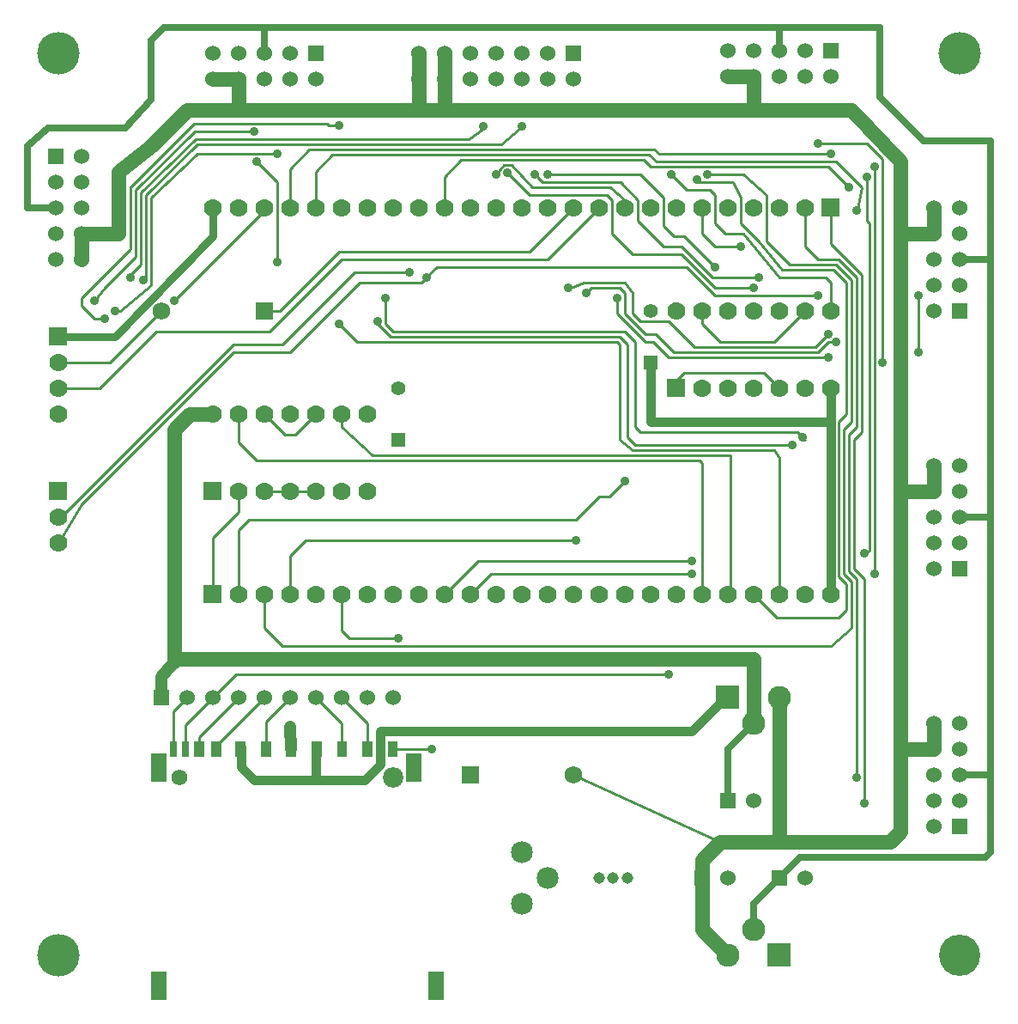
<source format=gbr>
G04 start of page 2 for group 0 idx 0 *
G04 Title: (unknown), top *
G04 Creator: pcb 20110918 *
G04 CreationDate: Wed 26 Feb 2014 00:51:11 GMT UTC *
G04 For: ksarkies *
G04 Format: Gerber/RS-274X *
G04 PCB-Dimensions: 390000 390000 *
G04 PCB-Coordinate-Origin: lower left *
%MOIN*%
%FSLAX25Y25*%
%LNTOP*%
%ADD38C,0.0453*%
%ADD37C,0.0630*%
%ADD36C,0.0290*%
%ADD35C,0.0280*%
%ADD34C,0.0380*%
%ADD33C,0.1140*%
%ADD32C,0.0200*%
%ADD31C,0.0360*%
%ADD30R,0.0590X0.0590*%
%ADD29R,0.0276X0.0276*%
%ADD28R,0.0394X0.0394*%
%ADD27C,0.0615*%
%ADD26C,0.0850*%
%ADD25C,0.0795*%
%ADD24C,0.0680*%
%ADD23C,0.1600*%
%ADD22C,0.0700*%
%ADD21C,0.0900*%
%ADD20C,0.0001*%
%ADD19C,0.0600*%
%ADD18C,0.1650*%
%ADD17C,0.0150*%
%ADD16C,0.0450*%
%ADD15C,0.0350*%
%ADD14C,0.0300*%
%ADD13C,0.0250*%
%ADD12C,0.0100*%
%ADD11C,0.0550*%
G54D11*X328000Y348000D02*X70000D01*
G54D12*X194500Y323500D02*X195000Y323000D01*
X196000Y326500D02*X193000D01*
X190000Y323000D01*
X125000Y342000D02*X129000D01*
X233000Y315000D02*X203000D01*
X194500Y323500D01*
X234500Y318000D02*X204000D01*
X196000Y326500D01*
X73000Y339500D02*X96000D01*
X72750Y342750D02*X124250D01*
X125000Y342000D01*
X180000Y360000D02*X181000D01*
G54D11*X290000Y361000D02*X280000D01*
X290000D02*Y349000D01*
G54D13*X300000Y370000D02*Y380000D01*
G54D11*X170000Y370000D02*Y348000D01*
X160000Y370000D02*Y348000D01*
G54D12*X129000Y293000D02*X203000D01*
X130000Y290000D02*X210000D01*
X161000Y281000D02*X163000Y283000D01*
X162500Y282500D02*X163500Y283500D01*
X167000Y287000D01*
X264000D01*
X218000Y279000D02*X219000D01*
X224000Y281000D01*
X227000Y279000D02*X225000Y277000D01*
X224000Y281000D02*X240000D01*
X243000Y277000D01*
X240000D02*X238000Y279000D01*
X227000D01*
X292000Y283000D02*X274000D01*
X290000Y279000D02*X275000D01*
X274000Y283000D02*X262000Y295000D01*
X275000Y279000D02*X262000Y292000D01*
X300000Y283000D02*X286000Y300000D01*
X270000Y270000D02*Y265000D01*
X277000Y258000D01*
X237000D02*X136000D01*
X149000Y260000D02*X238000D01*
X150000Y262000D02*X240000D01*
X322000Y258000D02*X319000D01*
X252000Y261000D02*X248000D01*
Y258000D02*X251000D01*
X237000Y269000D02*Y275000D01*
X243000Y277000D02*Y270000D01*
X240000Y269000D02*Y277000D01*
X238000Y257000D02*X237000Y258000D01*
X238000Y260000D02*X241000Y257000D01*
X243000Y270000D02*Y269000D01*
X246000Y266000D01*
X257000D01*
X248000Y261000D02*X240000Y269000D01*
X237000D02*X248000Y258000D01*
X320000Y270000D02*Y281000D01*
X318000Y283000D01*
X300000D01*
X210000Y290000D02*X230000Y310000D01*
X275000Y287000D02*X263000Y299000D01*
X203000Y293000D02*X220000Y310000D01*
X263000Y299000D02*X259000D01*
X255000Y303000D01*
Y314000D01*
X246000Y323000D01*
X262000Y295000D02*X255000D01*
X245000Y305000D01*
Y313000D01*
X262000Y292000D02*X243000D01*
X235000Y300000D01*
Y313000D01*
X240000Y310000D02*Y313000D01*
X245000D02*X238500Y320000D01*
X264000Y317000D02*X258000Y323000D01*
X235000Y313000D02*X233000Y315000D01*
X240000Y313000D02*X234500Y318000D01*
X286000Y300000D02*X279000D01*
X275000Y304000D01*
Y315000D01*
X273000Y317000D01*
X264000D01*
X246000Y323000D02*X211000D01*
D03*
X238500Y320000D02*X208000D01*
X206000Y322000D01*
G54D11*X65077Y224077D02*X71000Y230000D01*
G54D12*X20000Y250000D02*X40000D01*
X58000Y262000D02*X36000Y240000D01*
X20000D01*
X40000Y250000D02*X60000Y270000D01*
X42000D02*X44000D01*
G54D14*X20000Y260000D02*X42000D01*
G54D12*X34000Y274000D02*X38000Y279000D01*
Y267000D02*X34000D01*
X29000Y272000D01*
Y275000D01*
G54D13*X46000Y341000D02*X16000D01*
X56000Y375000D02*Y352000D01*
X46000Y341000D01*
X16000D02*X8000Y334000D01*
Y310000D01*
X20000D01*
G54D11*X56000Y334000D02*X43500Y324000D01*
Y300000D01*
X30000D01*
G54D12*X50000Y291000D02*Y317000D01*
X48000Y294000D02*Y318000D01*
D03*
X102000Y262000D02*X130000Y290000D01*
X100000Y309000D02*X65000Y274000D01*
X107000Y257000D02*X135000Y285000D01*
X110000Y254000D02*X137000Y281000D01*
X58000Y262000D02*X102000D01*
G54D14*X42000Y260000D02*X80000Y299027D01*
G54D12*X53000Y283000D02*X54000D01*
X44000Y270000D02*X56000Y280000D01*
X38000Y279000D02*X50000Y291000D01*
X53000Y282000D02*Y283000D01*
X54000D02*Y315000D01*
X48000Y283000D02*Y284000D01*
X52000Y288000D01*
Y316000D01*
X56000Y280000D02*Y314000D01*
X29000Y275000D02*X48000Y294000D01*
G54D11*X29000Y290000D02*Y300000D01*
X70000Y348000D02*X56000Y334000D01*
G54D15*D03*
G54D12*X50000Y317000D02*X73000Y339500D01*
X52000Y316000D02*X73500Y336500D01*
X48000Y318000D02*X72750Y342750D01*
X54000Y315000D02*X74000Y334500D01*
X56000Y314000D02*X74000Y331000D01*
G54D13*X100000Y370000D02*Y380000D01*
X61000D02*X56000Y375000D01*
G54D11*X90000Y360000D02*X80000D01*
X90000D02*Y348000D01*
G54D12*X328000Y282000D02*X322000Y288000D01*
X321000Y286000D02*X326000Y281000D01*
X323000Y290000D02*X330000Y283000D01*
X322000Y288000D02*X304000D01*
X275000Y276000D02*X315000D01*
X277000Y258000D02*X298000D01*
X310000Y270000D01*
X240000Y262000D02*X244000Y258000D01*
X301000Y286000D02*X321000D01*
X304000Y288000D02*X295000Y297000D01*
Y315000D01*
X286000Y323000D01*
X220000Y310000D02*X219000Y309000D01*
X286000Y323000D02*X272000D01*
X268000Y321000D02*X269000Y320000D01*
X292000Y297000D02*X301000Y286000D01*
X142000Y214000D02*X281000D01*
Y213000D01*
Y161000D01*
X300000Y213000D02*X298000Y216000D01*
X243000D01*
X244000Y258000D02*Y225000D01*
X269000Y320000D02*X282000D01*
X285000Y314000D01*
Y304000D01*
X310000Y295000D02*X315000Y290000D01*
X323000D01*
X285000Y304000D02*X291000Y298000D01*
X292000Y297000D01*
X310000Y310000D02*Y295000D01*
X320000Y310000D02*Y296000D01*
X264000Y287000D02*X275000Y276000D01*
X244000Y218000D02*X305000D01*
X326000Y281000D02*Y231000D01*
X328000Y282000D02*Y227000D01*
X325000Y224000D01*
X330000Y283000D02*Y225000D01*
X327000Y222000D01*
X326000Y231000D02*Y230000D01*
X325000Y229000D01*
X323000Y227000D01*
Y167000D01*
X325000Y224000D02*Y168000D01*
X327000Y222000D02*Y169000D01*
X329000Y220000D02*Y170000D01*
X100000Y270000D02*X106000D01*
X129000Y293000D01*
X137000Y281000D02*X161000D01*
X135000Y285000D02*X156500D01*
X147000Y275000D02*Y265000D01*
X136000Y258000D02*X129000Y265000D01*
X144000Y266000D02*Y265000D01*
X149000Y260000D01*
X147000Y265000D02*X150000Y262000D01*
G54D14*X80000Y299027D02*Y310000D01*
G54D12*Y309000D01*
X74000Y331000D02*X105000D01*
Y320000D02*Y289000D01*
X97000Y328000D02*X105000Y320000D01*
G54D15*X91000Y93000D02*X91094Y101024D01*
G54D12*X74566Y100000D02*Y104566D01*
X81259Y100000D02*Y101259D01*
Y100259D02*Y101259D01*
G54D15*X96000Y88000D02*X91000Y93000D01*
G54D16*X60000Y128000D02*Y120000D01*
G54D12*X64566Y100000D02*Y114566D01*
X70000Y120000D01*
X69500Y119500D01*
X69290Y100000D02*Y109290D01*
X74566Y104566D02*X90000Y120000D01*
X89000Y119000D01*
X81259Y101259D02*X100000Y120000D01*
X100629Y110629D02*X110000Y120000D01*
X109500Y119500D01*
X69290Y109290D02*X89000Y129000D01*
G54D11*X65077Y133923D02*Y224077D01*
G54D12*X20000Y190000D02*X21000D01*
X20000Y180000D02*X29000Y195000D01*
X21000Y190000D02*X88000Y257000D01*
X29000Y195000D02*X88000Y254000D01*
G54D15*X120149Y101024D02*Y87851D01*
X139000Y88000D02*X136172D01*
G54D17*X146000Y107000D02*X145000D01*
G54D15*Y94000D01*
X139000Y88000D01*
X136000D02*X96000D01*
G54D16*X110000Y108530D02*X110470Y100000D01*
G54D12*X100629D02*Y110629D01*
X130156Y100000D02*Y109844D01*
X120000Y120000D01*
X121000Y119000D01*
X89000Y129000D02*X257000D01*
X139999Y100000D02*Y110001D01*
X149841Y100000D02*X165000D01*
D03*
X139999Y110001D02*X130000Y120000D01*
X130500Y119500D01*
X133000Y143000D02*X152000D01*
X80000Y230000D02*Y231000D01*
X90000Y200000D02*Y192000D01*
X80000Y182000D01*
Y160000D01*
X90000Y230000D02*Y219000D01*
Y160000D02*Y185000D01*
G54D11*X71000Y230000D02*X80000D01*
G54D12*X100000D02*X108000Y222000D01*
X112000D01*
X120000Y230000D01*
Y231000D01*
X88000Y257000D02*X107000D01*
X88000Y254000D02*X110000D01*
X130000Y162000D02*Y146000D01*
X133000Y143000D01*
X130000Y230000D02*Y225000D01*
X90000Y219000D02*X97000Y212000D01*
X110000Y160000D02*Y175000D01*
X116000Y181000D01*
X100000Y200000D02*X120000D01*
X90000Y185000D02*X94000Y189000D01*
X100000Y160000D02*Y147000D01*
X107000Y140000D01*
X130000Y225000D02*X142000Y214000D01*
X116000Y181000D02*X221000D01*
X94000Y189000D02*X221000D01*
X183000Y173000D02*X170000Y160000D01*
X170500Y160500D01*
X188000Y168000D02*X180000Y160000D01*
G54D15*X250000Y227000D02*Y250000D01*
G54D12*X243000Y216000D02*X238000Y220000D01*
X241000Y221000D02*X244000Y218000D01*
Y225000D02*X246000Y223000D01*
X238000Y220000D02*Y257000D01*
X241000D02*Y221000D01*
X221000Y189000D02*X224000Y192000D01*
X230000Y198000D01*
X234000D01*
X240000Y204000D01*
G54D15*X206000Y107000D02*X146000D01*
G54D11*X290000Y135000D02*X66000D01*
G54D16*X60000Y128000D01*
G54D12*X97000Y212000D02*X269000D01*
X270000Y211000D01*
X266000Y173000D02*X183000D01*
X266000Y168000D02*X188000D01*
X270000Y211000D02*Y160000D01*
X299000Y151000D02*X290000Y160000D01*
X107000Y140000D02*X320000D01*
X280000Y120000D02*X279000D01*
G54D15*X266000Y107000D01*
X205000D01*
G54D12*X220000Y90000D02*X277000Y64000D01*
X220500Y89500D02*X220000Y90000D01*
X221000Y89000D01*
G54D11*X270000Y57000D02*X277000Y64000D01*
X270000Y57000D02*Y30000D01*
X300000Y120000D02*Y64000D01*
G54D13*X280000Y80000D02*Y100000D01*
X290000Y110000D01*
G54D11*X270000Y30000D02*X280000Y20000D01*
G54D12*X279500Y20500D01*
G54D11*X343000Y64000D02*X277000D01*
G54D13*X290000Y30000D02*Y40000D01*
X308000Y58000D01*
X380000D01*
X382000Y60000D01*
G54D12*X333000Y96000D02*Y79000D01*
G54D11*X360000Y110000D02*Y100000D01*
X343000Y64000D02*X347000Y68000D01*
X360000Y200000D02*X347000D01*
X360000Y100000D02*X347000D01*
G54D12*X320000Y140000D02*X328000Y147000D01*
Y165000D02*Y147000D01*
X326000Y154000D02*X323000Y151000D01*
X299000D01*
X335000Y177000D02*X333000Y176000D01*
X323000Y167000D02*X326000Y164000D01*
Y154000D01*
X325000Y168000D02*X328000Y165000D01*
X327000Y169000D02*X330000Y166000D01*
X329000Y170000D02*X333000Y166000D01*
X330000D02*Y89000D01*
X333000Y166000D02*Y96000D01*
G54D11*X347000Y328000D02*X328000Y348000D01*
G54D12*X322000Y328000D02*X332000Y318000D01*
X319000Y326000D02*X327000Y318000D01*
X340000Y329000D02*X334000Y335000D01*
G54D13*X356000Y336000D02*X339000Y353000D01*
G54D12*X251500Y332500D02*X253500Y331000D01*
X320000D01*
X249500Y330500D02*X252500Y328000D01*
X322000D01*
X247500Y328500D02*X250000Y326000D01*
X319000D01*
G54D11*X360000Y300000D02*X347000D01*
G54D12*X332000Y318000D02*X330000Y308000D01*
X334000Y322000D02*Y305000D01*
X335000Y304000D01*
G54D11*X360000Y300000D02*Y310000D01*
G54D12*Y309000D01*
X334000Y335000D02*X315000D01*
X110000Y310000D02*Y325000D01*
X120000Y310000D02*Y324000D01*
X170000Y310000D02*Y322000D01*
X176500Y328500D01*
X110000Y325000D02*X117500Y332500D01*
X120000Y324000D02*X126500Y330500D01*
X117500Y332500D02*X251500D01*
X126500Y330500D02*X249500D01*
X176500Y328500D02*X247500D01*
X192000Y334500D02*X199000Y340500D01*
X179500Y336500D02*X185000Y340500D01*
X74000Y334500D02*X192000D01*
X73500Y336500D02*X179500D01*
G54D13*X339000Y380000D02*X61000D01*
X259500Y272000D02*Y270500D01*
G54D12*X260000Y270000D01*
Y240000D02*Y243000D01*
X263000Y246000D01*
X285000Y295000D02*X275000D01*
X257000Y266000D02*X267000Y256000D01*
X275000Y295000D02*X270000Y300000D01*
Y310000D01*
Y309000D01*
X259000Y254000D02*X252000Y261000D01*
G54D11*X347000Y68000D02*Y328000D01*
G54D13*X339000Y353000D02*Y380000D01*
G54D12*X340000Y251000D02*Y329000D01*
G54D13*X382000Y60000D02*Y336000D01*
X370000Y190000D02*X382000D01*
X370000Y90000D02*X382000D01*
G54D11*X360000Y210000D02*Y200000D01*
G54D15*X320000Y159000D02*Y240000D01*
G54D12*X335000Y304000D02*Y177000D01*
X332000Y284000D02*Y223000D01*
X329000Y220000D01*
G54D11*X290000Y110000D02*Y134000D01*
G54D12*X281000Y161000D02*X280000Y160000D01*
X300000D02*Y213000D01*
G54D15*X320000Y227000D02*X250000D01*
G54D12*X246000Y223000D02*X307000D01*
X310000Y220000D01*
X263000Y246000D02*X294000D01*
X300500Y239500D01*
X319000Y252000D02*X257000D01*
X267000Y256000D02*X314000D01*
X319000Y261000D01*
Y258000D02*X315000Y254000D01*
X259000D01*
X251000Y258000D02*X257000Y252000D01*
X337000Y326000D02*Y169000D01*
X320000Y296000D02*X332000Y284000D01*
G54D13*X382000Y336000D02*X356000D01*
X370000Y290000D02*X382000D01*
G54D12*X354000Y276000D02*Y254000D01*
G54D18*X370000Y370000D03*
G54D19*X310000Y361000D03*
X300000Y371000D03*
Y361000D03*
X290000D03*
X280000D03*
X290000Y371000D03*
X280000D03*
G54D20*G36*
X267000Y53000D02*Y47000D01*
X273000D01*
Y53000D01*
X267000D01*
G37*
G54D19*X280000Y50000D03*
G54D20*G36*
X295500Y24500D02*Y15500D01*
X304500D01*
Y24500D01*
X295500D01*
G37*
G54D21*X290000Y30000D03*
X280000Y20000D03*
G54D20*G36*
X275500Y124500D02*Y115500D01*
X284500D01*
Y124500D01*
X275500D01*
G37*
G54D22*X260000Y160000D03*
X270000D03*
X280000D03*
X290000D03*
G54D21*Y110000D03*
X300000Y120000D03*
G54D22*Y160000D03*
X310000D03*
X320000D03*
X300000Y240000D03*
Y270000D03*
G54D20*G36*
X297000Y53000D02*Y47000D01*
X303000D01*
Y53000D01*
X297000D01*
G37*
G54D19*X310000Y50000D03*
G54D20*G36*
X277000Y83000D02*Y77000D01*
X283000D01*
Y83000D01*
X277000D01*
G37*
G54D19*X290000Y80000D03*
X370000Y110000D03*
G54D20*G36*
X367000Y173000D02*Y167000D01*
X373000D01*
Y173000D01*
X367000D01*
G37*
G54D19*X370000Y180000D03*
Y190000D03*
Y200000D03*
Y210000D03*
X360000Y170000D03*
Y180000D03*
Y190000D03*
Y200000D03*
Y210000D03*
G54D20*G36*
X367000Y273000D02*Y267000D01*
X373000D01*
Y273000D01*
X367000D01*
G37*
G54D19*X360000Y270000D03*
Y280000D03*
Y290000D03*
Y300000D03*
Y310000D03*
X370000Y280000D03*
Y290000D03*
Y300000D03*
Y310000D03*
G54D23*Y20000D03*
G54D20*G36*
X367000Y73000D02*Y67000D01*
X373000D01*
Y73000D01*
X367000D01*
G37*
G54D19*X360000Y70000D03*
X370000Y80000D03*
X360000D03*
X370000Y90000D03*
X360000D03*
X370000Y100000D03*
X360000D03*
Y110000D03*
G54D16*X230000Y50000D03*
G54D24*X220000Y90000D03*
G54D16*X235500Y50000D03*
X241000D03*
G54D20*G36*
X176600Y93400D02*Y86600D01*
X183400D01*
Y93400D01*
X176600D01*
G37*
G54D25*X149842Y88977D03*
G54D26*X200000Y60000D03*
X210000Y50000D03*
X200000Y40000D03*
G54D22*X20000Y180000D03*
G54D18*Y20000D03*
G54D20*G36*
X16500Y263500D02*Y256500D01*
X23500D01*
Y263500D01*
X16500D01*
G37*
G54D22*X20000Y250000D03*
Y240000D03*
Y230000D03*
G54D20*G36*
X16500Y203500D02*Y196500D01*
X23500D01*
Y203500D01*
X16500D01*
G37*
G54D22*X20000Y190000D03*
G54D18*Y370000D03*
G54D20*G36*
X16000Y333000D02*Y327000D01*
X22000D01*
Y333000D01*
X16000D01*
G37*
G54D19*X29000Y330000D03*
Y320000D03*
Y310000D03*
Y300000D03*
Y290000D03*
X19000Y320000D03*
Y310000D03*
Y300000D03*
Y290000D03*
G54D20*G36*
X57000Y123000D02*Y117000D01*
X63000D01*
Y123000D01*
X57000D01*
G37*
G54D19*X70000Y120000D03*
X80000D03*
X90000D03*
X100000D03*
X110000D03*
G54D20*G36*
X76500Y163500D02*Y156500D01*
X83500D01*
Y163500D01*
X76500D01*
G37*
G54D22*X90000Y160000D03*
X100000D03*
G54D27*X67165Y88977D03*
G54D19*X120000Y120000D03*
X130000D03*
X140000D03*
X150000D03*
G54D22*X110000Y160000D03*
X120000D03*
X130000D03*
G54D20*G36*
X96600Y273400D02*Y266600D01*
X103400D01*
Y273400D01*
X96600D01*
G37*
G54D24*X60000Y270000D03*
G54D20*G36*
X76500Y203500D02*Y196500D01*
X83500D01*
Y203500D01*
X76500D01*
G37*
G54D22*X90000Y200000D03*
X100000D03*
X110000D03*
X120000D03*
X130000D03*
Y230000D03*
X120000D03*
X110000D03*
X100000D03*
X90000D03*
X80000D03*
X130000Y310000D03*
X120000D03*
X110000D03*
X100000D03*
X90000D03*
X80000D03*
G54D20*G36*
X117000Y373000D02*Y367000D01*
X123000D01*
Y373000D01*
X117000D01*
G37*
G54D19*X120000Y360000D03*
X110000Y370000D03*
Y360000D03*
X100000Y370000D03*
Y360000D03*
X90000Y370000D03*
Y360000D03*
X80000D03*
Y370000D03*
G54D22*X140000Y160000D03*
X150000D03*
X160000D03*
X170000D03*
X180000D03*
X190000D03*
X200000D03*
X210000D03*
X220000D03*
X230000D03*
X240000D03*
X250000D03*
X140000Y200000D03*
Y230000D03*
G54D20*G36*
X149250Y222750D02*Y217250D01*
X154750D01*
Y222750D01*
X149250D01*
G37*
G54D11*X152000Y240000D03*
G54D20*G36*
X247250Y252750D02*Y247250D01*
X252750D01*
Y252750D01*
X247250D01*
G37*
G54D11*X250000Y270000D03*
G54D20*G36*
X316500Y313500D02*Y306500D01*
X323500D01*
Y313500D01*
X316500D01*
G37*
G54D22*X310000Y310000D03*
X300000D03*
X250000D03*
X240000D03*
X230000D03*
X220000D03*
X210000D03*
X200000D03*
X190000D03*
X180000D03*
X170000D03*
X160000D03*
X150000D03*
X140000D03*
G54D20*G36*
X217000Y373000D02*Y367000D01*
X223000D01*
Y373000D01*
X217000D01*
G37*
G54D19*X220000Y360000D03*
X210000Y370000D03*
Y360000D03*
X200000Y370000D03*
Y360000D03*
X190000Y370000D03*
X180000D03*
X170000D03*
X160000D03*
X190000Y360000D03*
X180000D03*
X170000D03*
X160000D03*
G54D22*X290000Y310000D03*
X280000D03*
X270000D03*
X260000D03*
G54D20*G36*
X256500Y243500D02*Y236500D01*
X263500D01*
Y243500D01*
X256500D01*
G37*
G54D22*X270000Y240000D03*
X280000D03*
X290000D03*
Y270000D03*
X280000D03*
X270000D03*
X260000D03*
X310000Y240000D03*
X320000D03*
Y270000D03*
X310000D03*
G54D20*G36*
X317000Y374000D02*Y368000D01*
X323000D01*
Y374000D01*
X317000D01*
G37*
G54D19*X320000Y361000D03*
X310000Y371000D03*
G54D28*X90786Y100985D02*Y99016D01*
X100629Y100985D02*Y99016D01*
X110471Y100985D02*Y99016D01*
G54D29*X64566Y101575D02*Y98426D01*
X69290Y101575D02*Y98426D01*
G54D28*X81259Y100985D02*Y99016D01*
X74566Y100985D02*Y99016D01*
G54D30*X59094Y95472D02*Y90354D01*
Y10828D02*Y5710D01*
G54D28*X120314Y100985D02*Y99016D01*
X130156Y100985D02*Y99016D01*
X139999Y100985D02*Y99016D01*
X149841Y100985D02*Y99016D01*
G54D30*X157913Y95472D02*Y90354D01*
X166575Y10828D02*Y5710D01*
G54D31*X110000Y109000D03*
X165000Y100000D03*
X152000Y143000D03*
X257000Y129000D03*
X221000Y181000D03*
X65000Y274000D03*
X34000D03*
X48000Y283000D03*
X38000Y267000D03*
X42000Y270000D03*
X53000Y282000D03*
X96000Y339500D03*
X105000Y331000D03*
X129000Y265000D03*
X105000Y289000D03*
X97000Y328000D03*
X144000Y266000D03*
X147000Y275000D03*
X237000D03*
X218000Y279000D03*
X225000Y277000D03*
X156500Y285000D03*
X163000Y283000D03*
X200000Y341500D03*
X185000D03*
X194500Y323500D03*
X190000Y323000D03*
X272000D03*
X210000D03*
X258000D03*
X129000Y342000D03*
X205000Y323000D03*
X240000Y204000D03*
X333000Y176000D03*
X337000Y168000D03*
X330000Y89000D03*
X333000Y79000D03*
X266000Y173000D03*
Y168000D03*
X309000Y221000D03*
X305000Y218000D03*
X340000Y250000D03*
X319000Y252000D03*
Y261000D03*
X322000Y258000D03*
X330000Y309000D03*
X327000Y318000D03*
X320000Y331000D03*
X334000Y322000D03*
X337000Y326000D03*
X315000Y335000D03*
X268000Y321000D03*
X285000Y295000D03*
X315000Y276000D03*
X275000Y287000D03*
X292000Y283000D03*
X290000Y279000D03*
X354000Y276000D03*
Y254000D03*
G54D32*G54D33*G54D34*G54D14*G54D19*G54D35*G54D19*G54D35*G54D14*G54D34*G54D33*G54D34*G54D36*G54D34*G54D36*G54D34*G54D37*G54D35*G54D33*G54D35*G54D33*G54D34*G54D35*G54D38*G54D35*G54D34*G54D35*G54D34*G54D35*G54D14*G54D35*G54D34*G54D35*G54D34*M02*

</source>
